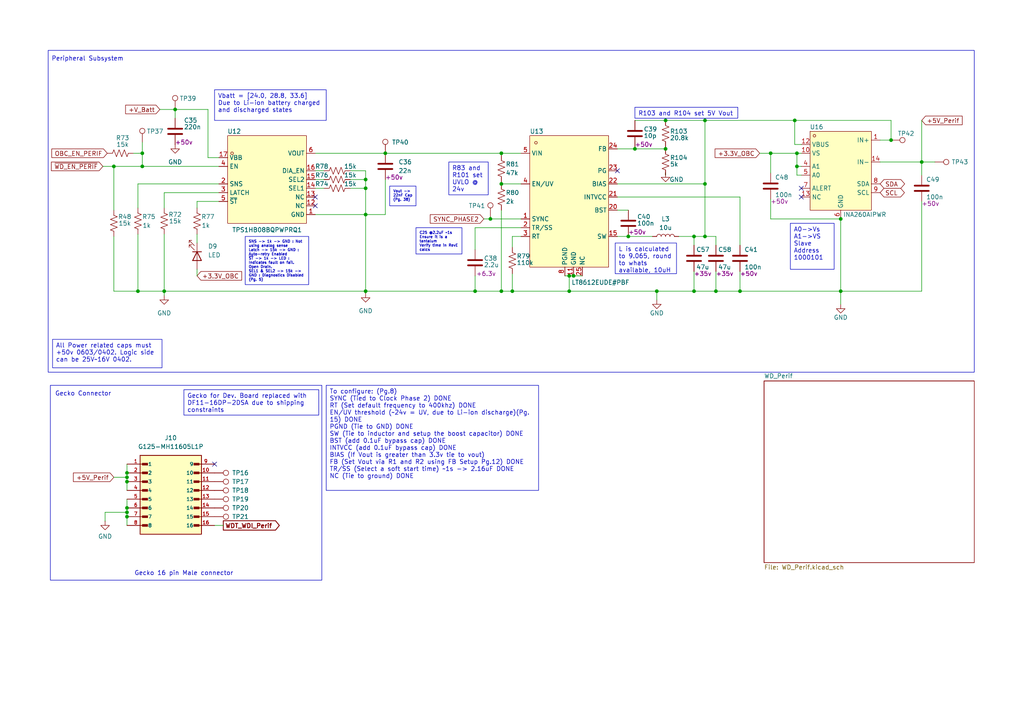
<source format=kicad_sch>
(kicad_sch (version 20250114) (generator "eeschema") (generator_version "9.0")
  (paper "A4")
  (lib_symbols
    (symbol "Device:C" (pin_numbers (hide yes)) (pin_names (offset 0.254))
      (property "Reference" "C" (at 0.635 2.54 0))
      (property "Value" "C" (at 0.635 -2.54 0))
      (symbol "C_0_1"
        (polyline (pts (xy -2.032 0.762) (xy 2.032 0.762)) (stroke (width 0.508)))
        (polyline (pts (xy -2.032 -0.762) (xy 2.032 -0.762)) (stroke (width 0.508)))
      )
      (symbol "C_1_1"
        (pin passive line (at 0 3.81 270) (length 2.794) (name "~") (number "1"))
        (pin passive line (at 0 -3.81 90) (length 2.794) (name "~") (number "2"))
      )
    )
    (symbol "Device:L" (pin_numbers (hide yes)) (pin_names (offset 1.016) (hide yes))
      (property "Reference" "L" (at -1.27 0 90))
      (property "Value" "L" (at 1.905 0 90))
      (symbol "L_0_1"
        (arc (start 0 2.54) (mid 0.6323 1.905) (end 0 1.27))
        (arc (start 0 1.27) (mid 0.6323 0.635) (end 0 0))
        (arc (start 0 0) (mid 0.6323 -0.635) (end 0 -1.27))
        (arc (start 0 -1.27) (mid 0.6323 -1.905) (end 0 -2.54))
      )
      (symbol "L_1_1"
        (pin passive line (at 0 3.81 270) (length 1.27) (name "1") (number "1"))
        (pin passive line (at 0 -3.81 90) (length 1.27) (name "2") (number "2"))
      )
    )
    (symbol "Device:LED" (pin_numbers (hide yes)) (pin_names (offset 1.016) (hide yes))
      (property "Reference" "D" (at 0 2.54 0))
      (property "Value" "LED" (at 0 -2.54 0))
      (symbol "LED_0_1"
        (polyline (pts (xy -3.048 -0.762) (xy -4.572 -2.286) (xy -3.81 -2.286) (xy -4.572 -2.286) (xy -4.572 -1.524)))
        (polyline (pts (xy -1.778 -0.762) (xy -3.302 -2.286) (xy -2.54 -2.286) (xy -3.302 -2.286) (xy -3.302 -1.524)))
        (polyline (pts (xy -1.27 0) (xy 1.27 0)))
        (polyline (pts (xy -1.27 -1.27) (xy -1.27 1.27)) (stroke (width 0.254)))
        (polyline (pts (xy 1.27 -1.27) (xy 1.27 1.27) (xy -1.27 0) (xy 1.27 -1.27)) (stroke (width 0.254)))
      )
      (symbol "LED_1_1"
        (pin passive line (at -3.81 0 0) (length 2.54) (name "K") (number "1"))
        (pin passive line (at 3.81 0 180) (length 2.54) (name "A") (number "2"))
      )
    )
    (symbol "Device:R_US" (pin_numbers (hide yes)) (pin_names (offset 0))
      (property "Reference" "R" (at 2.54 0 90))
      (property "Value" "R_US" (at -2.54 0 90))
      (symbol "R_US_0_1"
        (polyline (pts (xy 0 2.286) (xy 0 2.54)))
        (polyline (pts (xy 0 2.286) (xy 1.016 1.905) (xy 0 1.524) (xy -1.016 1.143) (xy 0 0.762)))
        (polyline (pts (xy 0 0.762) (xy 1.016 0.381) (xy 0 0) (xy -1.016 -0.381) (xy 0 -0.762)))
        (polyline (pts (xy 0 -0.762) (xy 1.016 -1.143) (xy 0 -1.524) (xy -1.016 -1.905) (xy 0 -2.286)))
        (polyline (pts (xy 0 -2.286) (xy 0 -2.54)))
      )
      (symbol "R_US_1_1"
        (pin passive line (at 0 3.81 270) (length 1.27) (name "~") (number "1"))
        (pin passive line (at 0 -3.81 90) (length 1.27) (name "~") (number "2"))
      )
    )
    (symbol "EPS:G125-MH11605L1P" (pin_names (offset 1.016))
      (property "Reference" "J" (at -9.39 12.7 0))
      (property "Value" "G125-MH11605L1P" (at -8.89 -12.7 0))
      (symbol "G125-MH11605L1P_0_0"
        (rectangle (start -8.89 -10.16) (end 8.89 12.7) (stroke (width 0.254)) (fill (type background)))
        (rectangle (start -8.255 9.8425) (end -6.6675 10.4775) (stroke (width 0.1)) (fill (type outline)))
        (rectangle (start -8.255 7.3025) (end -6.6675 7.9375) (stroke (width 0.1)) (fill (type outline)))
        (rectangle (start -8.255 4.7625) (end -6.6675 5.3975) (stroke (width 0.1)) (fill (type outline)))
        (rectangle (start -8.255 2.2225) (end -6.6675 2.8575) (stroke (width 0.1)) (fill (type outline)))
        (rectangle (start -8.255 -0.3175) (end -6.6675 0.3175) (stroke (width 0.1)) (fill (type outline)))
        (rectangle (start -8.255 -2.8575) (end -6.6675 -2.2225) (stroke (width 0.1)) (fill (type outline)))
        (rectangle (start -8.255 -5.3975) (end -6.6675 -4.7625) (stroke (width 0.1)) (fill (type outline)))
        (rectangle (start -8.255 -7.9375) (end -6.6675 -7.3025) (stroke (width 0.1)) (fill (type outline)))
        (rectangle (start 8.255 9.8425) (end 6.6675 10.4775) (stroke (width 0.1)) (fill (type outline)))
        (rectangle (start 8.255 7.3025) (end 6.6675 7.9375) (stroke (width 0.1)) (fill (type outline)))
        (rectangle (start 8.255 4.7625) (end 6.6675 5.3975) (stroke (width 0.1)) (fill (type outline)))
        (rectangle (start 8.255 2.2225) (end 6.6675 2.8575) (stroke (width 0.1)) (fill (type outline)))
        (rectangle (start 8.255 -0.3175) (end 6.6675 0.3175) (stroke (width 0.1)) (fill (type outline)))
        (rectangle (start 8.255 -2.8575) (end 6.6675 -2.2225) (stroke (width 0.1)) (fill (type outline)))
        (rectangle (start 8.255 -5.3975) (end 6.6675 -4.7625) (stroke (width 0.1)) (fill (type outline)))
        (rectangle (start 8.255 -7.9375) (end 6.6675 -7.3025) (stroke (width 0.1)) (fill (type outline)))
        (pin passive line (at -12.7 10.16 0) (length 5.08) (name "1") (number "1"))
        (pin passive line (at -12.7 7.62 0) (length 5.08) (name "2") (number "2"))
        (pin passive line (at -12.7 5.08 0) (length 5.08) (name "3") (number "3"))
        (pin passive line (at -12.7 2.54 0) (length 5.08) (name "4") (number "4"))
        (pin passive line (at -12.7 0 0) (length 5.08) (name "5") (number "5"))
        (pin passive line (at -12.7 -2.54 0) (length 5.08) (name "6") (number "6"))
        (pin passive line (at -12.7 -5.08 0) (length 5.08) (name "7") (number "7"))
        (pin passive line (at -12.7 -7.62 0) (length 5.08) (name "8") (number "8"))
        (pin passive line (at 12.7 10.16 180) (length 5.08) (name "9") (number "9"))
        (pin passive line (at 12.7 7.62 180) (length 5.08) (name "10") (number "10"))
        (pin passive line (at 12.7 5.08 180) (length 5.08) (name "11") (number "11"))
        (pin passive line (at 12.7 2.54 180) (length 5.08) (name "12") (number "12"))
        (pin passive line (at 12.7 0 180) (length 5.08) (name "13") (number "13"))
        (pin passive line (at 12.7 -2.54 180) (length 5.08) (name "14") (number "14"))
        (pin passive line (at 12.7 -5.08 180) (length 5.08) (name "15") (number "15"))
        (pin passive line (at 12.7 -7.62 180) (length 5.08) (name "16") (number "16"))
      )
    )
    (symbol "EPS:INA260AIPWR"
      (property "Reference" "U" (at 0 13.97 0))
      (property "Value" "INA260AIPWR" (at 8.128 -12.954 0))
      (symbol "INA260AIPWR_0_1"
        (rectangle (start -8.89 11.43) (end 8.89 -11.43) (fill (type background)))
        (circle (center -7.62 10.16) (radius 0.38))
      )
      (symbol "INA260AIPWR_1_1"
        (pin passive line (at -11.43 7.62 0) (length 2.54) (name "VBUS") (number "12"))
        (pin passive line (at -11.43 5.08 0) (length 2.54) (name "VS") (number "10"))
        (pin passive line (at -11.43 1.27 0) (length 2.54) (name "A1") (number "4"))
        (pin passive line (at -11.43 -1.27 0) (length 2.54) (name "A0") (number "5"))
        (pin passive line (at -11.43 -5.08 0) (length 2.54) (name "ALERT") (number "7"))
        (pin passive line (at -11.43 -7.62 0) (length 2.54) (name "NC") (number "13"))
        (pin passive line (at 0 -13.97 90) (length 2.54) (name "GND") (number "6"))
        (pin passive line (at 11.43 8.89 180) (length 2.54) (name "IN+") (number "1"))
        (pin passive line (at 11.43 2.54 180) (length 2.54) (name "IN-") (number "14"))
        (pin passive line (at 11.43 -3.81 180) (length 2.54) (name "SDA") (number "8"))
        (pin passive line (at 11.43 -6.35 180) (length 2.54) (name "SCL") (number "9"))
      )
    )
    (symbol "EPS:LT8612EUDE#PBF"
      (property "Reference" "U" (at -1.27 24.13 0))
      (property "Value" "LT8612EUDE#PBF" (at 0 -29.21 0))
      (symbol "LT8612EUDE#PBF_0_1"
        (rectangle (start -11.43 16.51) (end 11.43 -21.59) (fill (type background)))
        (circle (center -9.652 14.478) (radius 0.38))
      )
      (symbol "LT8612EUDE#PBF_1_1"
        (pin passive line (at -13.97 11.43 0) (length 2.54) (name "VIN") (number "5"))
        (pin passive line (at -13.97 2.54 0) (length 2.54) (name "EN/UV") (number "4"))
        (pin passive line (at -13.97 -7.62 0) (length 2.54) (name "SYNC") (number "1"))
        (pin passive line (at -13.97 -10.16 0) (length 2.54) (name "TR/SS") (number "2"))
        (pin passive line (at -13.97 -12.7 0) (length 2.54) (name "RT") (number "3"))
        (pin passive line (at -1.27 -24.13 90) (length 2.54) (name "PGND") (number "8"))
        (pin passive line (at 1.27 -24.13 90) (length 2.54) (name "GND") (number "11"))
        (pin passive line (at 3.81 -24.13 90) (length 2.54) (name "NC") (number "25"))
        (pin passive line (at 13.97 12.7 180) (length 2.54) (name "FB") (number "24"))
        (pin passive line (at 13.97 6.35 180) (length 2.54) (name "PG") (number "23"))
        (pin passive line (at 13.97 2.54 180) (length 2.54) (name "BIAS") (number "22"))
        (pin passive line (at 13.97 -1.27 180) (length 2.54) (name "INTVCC") (number "21"))
        (pin passive line (at 13.97 -5.08 180) (length 2.54) (name "BST") (number "20"))
        (pin passive line (at 13.97 -12.7 180) (length 2.54) (name "SW") (number "15"))
      )
    )
    (symbol "EPS:TPS1HB08BQPWPRQ1"
      (property "Reference" "U" (at 0 15.24 0))
      (property "Value" "TPS1HB08BQPWPRQ1" (at 0 -15.24 0))
      (symbol "TPS1HB08BQPWPRQ1_0_1"
        (rectangle (start -11.43 12.7) (end 11.43 -12.7) (fill (type background)))
        (circle (center -10.16 7.62) (radius 0.38))
      )
      (symbol "TPS1HB08BQPWPRQ1_1_1"
        (pin passive line (at -13.97 6.35 0) (length 2.54) (name "VBB") (number "17"))
        (pin passive line (at -13.97 3.81 0) (length 2.54) (name "EN") (number "4"))
        (pin passive line (at -13.97 -1.27 0) (length 2.54) (name "SNS") (number "2"))
        (pin passive line (at -13.97 -3.81 0) (length 2.54) (name "LATCH") (number "3"))
        (pin passive line (at -13.97 -6.35 0) (length 2.54) (name "~{ST}") (number "5"))
        (pin passive line (at 13.97 7.62 180) (length 2.54) (name "VOUT") (number "6"))
        (pin passive line (at 13.97 2.54 180) (length 2.54) (name "DIA_EN") (number "16"))
        (pin passive line (at 13.97 0 180) (length 2.54) (name "SEL2") (number "15"))
        (pin passive line (at 13.97 -2.54 180) (length 2.54) (name "SEL1") (number "14"))
        (pin passive line (at 13.97 -5.08 180) (length 2.54) (name "NC") (number "13"))
        (pin passive line (at 13.97 -7.62 180) (length 2.54) (name "NC") (number "12"))
        (pin passive line (at 13.97 -10.16 180) (length 2.54) (name "GND") (number "1"))
      )
    )
    (symbol "EPS:TestPoint" (pin_numbers (hide yes)) (pin_names (offset 0.762) (hide yes))
      (property "Reference" "TP" (at 0 6.858 0))
      (property "Value" "TestPoint" (at 0 5.08 0))
      (symbol "TestPoint_0_1"
        (circle (center 0 3.302) (radius 0.762))
      )
      (symbol "TestPoint_1_1"
        (pin passive line (at 0 0 90) (length 2.54) (name "1") (number "1"))
      )
    )
    (symbol "power:GND" (power) (pin_numbers (hide yes)) (pin_names (offset 0) (hide yes))
      (property "Value" "GND" (at 0 -3.81 0))
      (symbol "GND_0_1"
        (polyline (pts (xy 0 0) (xy 0 -1.27) (xy 1.27 -1.27) (xy 0 -2.54) (xy -1.27 -1.27) (xy 0 -1.27)))
      )
      (symbol "GND_1_1"
        (pin power_in line (at 0 0 270) (length 0) (name "~") (number "1"))
      )
    )
  )
  (rectangle (start 14.605 111.76) (end 93.345 168.275))
  (rectangle (start 13.97 14.605) (end 282.575 107.95))
  (text "Gecko 16 pin Male connector" (at 53.34 166.37 0) (effects (font (size 1.27 1.27))))
  (text "Peripheral Subsystem" (at 25.4 17.145 0) (effects (font (size 1.27 1.27))))
  (text "Gecko Connector" (at 24.13 114.3 0) (effects (font (size 1.27 1.27))))
  (text_box "C25 @2.2uF ~1s\nEnsure it is a tantalum\nVerify time in RevE calcs" (at 120.65 66.04 0) (size 13.335 7.62) (margins 0.9525 0.9525 0.9525 0.9525) (effects (font (size 0.762 0.762)) (justify left top)))
  (text_box "A0->Vs\nA1->VS\nSlave Address\n1000101" (at 229.235 64.77 0) (size 12.7 13.335) (margins 0.9525 0.9525 0.9525 0.9525) (effects (font (size 1.27 1.27)) (justify left top)))
  (text_box "To configure: (Pg.8)\nSYNC (Tied to Clock Phase 2) DONE\nRT (Set default frequency to 400khz) DONE\nEN/UV threshold (~24v = UV, due to Li-ion discharge)(Pg. 15) DONE\nPGND (Tie to GND) DONE\nSW (Tie to inductor and setup the boost capacitor) DONE\nBST (add 0.1uF bypass cap) DONE\nINTVCC (add 0.1uF bypass cap) DONE\nBIAS (If Vout is greater than 3.3v tie to vout)\nFB (Set Vout via R1 and R2 using FB Setup Pg.12) DONE\nTR/SS (Select a soft start time) ~1s -> 2.16uF DONE\nNC (Tie to ground) DONE" (at 94.615 111.76 0) (size 61.595 30.48) (margins 0.9525 0.9525 0.9525 0.9525) (effects (font (size 1.27 1.27)) (justify left top)))
  (text_box "R103 and R104 set 5V Vout" (at 184.15 31.115 0) (size 29.845 3.175) (margins 0.9525 0.9525 0.9525 0.9525) (effects (font (size 1.27 1.27)) (justify left top)))
  (text_box "L is calculated to 9.065, round to whats available, 10uH" (at 178.435 70.485 0) (size 17.78 8.89) (margins 0.9525 0.9525 0.9525 0.9525) (effects (font (size 1.27 1.27)) (justify left top)))
  (text_box "Vbatt = [24.0, 28.8, 33.6] Due to Li-ion battery charged and discharged states" (at 62.23 26.035 0) (size 32.385 8.89) (margins 0.9525 0.9525 0.9525 0.9525) (effects (font (size 1.27 1.27)) (justify left top)))
  (text_box "R83 and R101 set UVLO @ 24v" (at 130.175 46.99 0) (size 11.43 9.525) (margins 0.9525 0.9525 0.9525 0.9525) (effects (font (size 1.27 1.27)) (justify left top)))
  (text_box "Vout -> 22nF Cap\n(Pg. 38)" (at 113.03 53.975 0) (size 7.62 5.715) (margins 0.9525 0.9525 0.9525 0.9525) (effects (font (size 0.762 0.762)) (justify left top)))
  (text_box "Gecko for Dev. Board replaced with DF11-16DP-2DSA due to shipping constraints" (at 53.34 113.03 0) (size 39.116 7.366) (margins 0.9525 0.9525 0.9525 0.9525) (effects (font (size 1.27 1.27)) (justify left top)))
  (text_box "All Power related caps must +50v 0603/0402. Logic side can be 25V~16V 0402." (at 15.24 98.425 0) (size 31.75 8.255) (margins 0.9525 0.9525 0.9525 0.9525) (effects (font (size 1.27 1.27)) (justify left top)))
  (text_box "SNS -> 1k -> GND : Not using analog sense\nLatch -> 15k -> GND : Auto-retry Enabled\n~{ST} -> 1k -> LED : Indicates fault on fail. Open Drain.\nSEL1 & SEL2 -> 15k -> GND : Diagnostics Disabled\n(Pg. 5)" (at 71.12 68.58 0) (size 18.415 13.97) (margins 0.9525 0.9525 0.9525 0.9525) (effects (font (size 0.762 0.762)) (justify left top)))
  (junction (at 258.445 40.64))
  (junction (at 106.045 84.455))
  (junction (at 137.795 84.455))
  (junction (at 106.045 62.23))
  (junction (at 243.84 84.455))
  (junction (at 50.8 31.75))
  (junction (at 214.63 84.455))
  (junction (at 145.415 53.34))
  (junction (at 182.245 68.58))
  (junction (at 145.415 44.45))
  (junction (at 190.5 84.455))
  (junction (at 204.47 53.34))
  (junction (at 207.645 84.455))
  (junction (at 36.83 147.32))
  (junction (at 148.59 84.455))
  (junction (at 230.505 34.925))
  (junction (at 243.84 63.5))
  (junction (at 40.005 84.455))
  (junction (at 165.1 84.455))
  (junction (at 111.76 44.45))
  (junction (at 204.47 68.58))
  (junction (at 267.335 46.99))
  (junction (at 36.83 148.59))
  (junction (at 41.275 48.26))
  (junction (at 193.04 43.18))
  (junction (at 106.045 54.61))
  (junction (at 201.295 84.455))
  (junction (at 165.1 80.01))
  (junction (at 166.37 80.01))
  (junction (at 41.275 44.45))
  (junction (at 231.14 48.26))
  (junction (at 142.24 63.5))
  (junction (at 36.83 139.7))
  (junction (at 36.83 138.43))
  (junction (at 33.02 48.26))
  (junction (at 184.15 43.18))
  (junction (at 36.83 137.16))
  (junction (at 201.295 68.58))
  (junction (at 145.415 84.455))
  (junction (at 193.04 34.925))
  (junction (at 36.83 149.86))
  (junction (at 204.47 34.925))
  (junction (at 47.625 84.455))
  (junction (at 223.52 44.45))
  (junction (at 231.14 44.45))
  (junction (at 106.045 52.07))
  (no_connect (at 62.23 134.62))
  (no_connect (at 232.41 54.61))
  (no_connect (at 232.41 57.15))
  (no_connect (at 179.07 49.53))
  (no_connect (at 91.44 59.69))
  (no_connect (at 91.44 57.15))
  (wire (pts (xy 60.325 31.75) (xy 60.325 45.72)))
  (wire (pts (xy 30.48 148.59) (xy 36.83 148.59)))
  (wire (pts (xy 41.275 44.45) (xy 41.275 48.26)))
  (wire (pts (xy 111.76 44.45) (xy 145.415 44.45)))
  (wire (pts (xy 184.15 34.925) (xy 193.04 34.925)))
  (wire (pts (xy 201.295 68.58) (xy 201.295 71.12)))
  (wire (pts (xy 40.005 53.34) (xy 40.005 60.325)))
  (wire (pts (xy 230.505 34.925) (xy 258.445 34.925)))
  (wire (pts (xy 163.83 80.01) (xy 165.1 80.01)))
  (wire (pts (xy 29.845 48.26) (xy 33.02 48.26)))
  (wire (pts (xy 201.295 84.455) (xy 201.295 78.74)))
  (wire (pts (xy 101.6 49.53) (xy 106.045 49.53)))
  (wire (pts (xy 165.1 80.01) (xy 166.37 80.01)))
  (wire (pts (xy 106.045 62.23) (xy 106.045 84.455)))
  (wire (pts (xy 255.27 46.99) (xy 267.335 46.99)))
  (wire (pts (xy 33.02 84.455) (xy 40.005 84.455)))
  (wire (pts (xy 231.14 48.26) (xy 232.41 48.26)))
  (wire (pts (xy 207.645 78.74) (xy 207.645 84.455)))
  (wire (pts (xy 106.045 54.61) (xy 106.045 62.23)))
  (wire (pts (xy 231.14 50.8) (xy 232.41 50.8)))
  (wire (pts (xy 190.5 84.455) (xy 201.295 84.455)))
  (wire (pts (xy 91.44 62.23) (xy 106.045 62.23)))
  (wire (pts (xy 231.14 48.26) (xy 231.14 50.8)))
  (wire (pts (xy 91.44 44.45) (xy 111.76 44.45)))
  (wire (pts (xy 137.795 84.455) (xy 137.795 80.01)))
  (wire (pts (xy 36.83 147.32) (xy 36.83 148.59)))
  (wire (pts (xy 93.98 52.07) (xy 91.44 52.07)))
  (wire (pts (xy 142.24 63.5) (xy 151.13 63.5)))
  (wire (pts (xy 101.6 52.07) (xy 106.045 52.07)))
  (wire (pts (xy 140.335 63.5) (xy 142.24 63.5)))
  (wire (pts (xy 165.1 80.01) (xy 165.1 84.455)))
  (wire (pts (xy 106.045 85.09) (xy 106.045 84.455)))
  (wire (pts (xy 196.85 68.58) (xy 201.295 68.58)))
  (wire (pts (xy 230.505 34.925) (xy 230.505 41.91)))
  (wire (pts (xy 179.07 68.58) (xy 182.245 68.58)))
  (wire (pts (xy 145.415 44.45) (xy 151.13 44.45)))
  (wire (pts (xy 207.645 68.58) (xy 207.645 71.12)))
  (wire (pts (xy 33.02 48.26) (xy 41.275 48.26)))
  (wire (pts (xy 223.52 57.785) (xy 223.52 63.5)))
  (wire (pts (xy 93.98 54.61) (xy 91.44 54.61)))
  (wire (pts (xy 47.625 67.945) (xy 47.625 84.455)))
  (wire (pts (xy 190.5 84.455) (xy 190.5 86.995)))
  (wire (pts (xy 220.345 44.45) (xy 223.52 44.45)))
  (wire (pts (xy 93.98 49.53) (xy 91.44 49.53)))
  (wire (pts (xy 36.83 139.7) (xy 36.83 142.24)))
  (wire (pts (xy 142.24 62.865) (xy 142.24 63.5)))
  (wire (pts (xy 193.04 50.165) (xy 193.04 50.8)))
  (wire (pts (xy 106.045 49.53) (xy 106.045 52.07)))
  (wire (pts (xy 145.415 44.45) (xy 145.415 45.085)))
  (wire (pts (xy 62.23 152.4) (xy 64.77 152.4)))
  (wire (pts (xy 204.47 53.34) (xy 204.47 68.58)))
  (wire (pts (xy 214.63 84.455) (xy 243.84 84.455)))
  (wire (pts (xy 201.295 68.58) (xy 204.47 68.58)))
  (wire (pts (xy 137.795 84.455) (xy 145.415 84.455)))
  (wire (pts (xy 145.415 53.34) (xy 151.13 53.34)))
  (wire (pts (xy 33.02 48.26) (xy 33.02 60.96)))
  (wire (pts (xy 223.52 63.5) (xy 243.84 63.5)))
  (wire (pts (xy 33.02 68.58) (xy 33.02 84.455)))
  (wire (pts (xy 145.415 52.705) (xy 145.415 53.34)))
  (wire (pts (xy 184.15 43.18) (xy 179.07 43.18)))
  (wire (pts (xy 111.76 52.07) (xy 111.76 62.23)))
  (wire (pts (xy 148.59 71.755) (xy 148.59 68.58)))
  (wire (pts (xy 193.04 42.545) (xy 193.04 43.18)))
  (wire (pts (xy 47.625 55.88) (xy 63.5 55.88)))
  (wire (pts (xy 166.37 80.01) (xy 168.91 80.01)))
  (wire (pts (xy 38.735 44.45) (xy 41.275 44.45)))
  (wire (pts (xy 179.07 60.96) (xy 182.245 60.96)))
  (wire (pts (xy 179.07 57.15) (xy 214.63 57.15)))
  (wire (pts (xy 46.355 31.75) (xy 50.8 31.75)))
  (wire (pts (xy 204.47 34.925) (xy 204.47 53.34)))
  (wire (pts (xy 243.84 63.5) (xy 243.84 84.455)))
  (wire (pts (xy 101.6 54.61) (xy 106.045 54.61)))
  (wire (pts (xy 106.045 84.455) (xy 137.795 84.455)))
  (wire (pts (xy 36.83 148.59) (xy 36.83 149.86)))
  (wire (pts (xy 137.795 72.39) (xy 137.795 66.04)))
  (wire (pts (xy 267.335 84.455) (xy 267.335 58.42)))
  (wire (pts (xy 33.02 138.43) (xy 36.83 138.43)))
  (wire (pts (xy 47.625 55.88) (xy 47.625 60.325)))
  (wire (pts (xy 57.15 60.325) (xy 57.15 58.42)))
  (wire (pts (xy 165.1 84.455) (xy 190.5 84.455)))
  (wire (pts (xy 57.15 58.42) (xy 63.5 58.42)))
  (wire (pts (xy 230.505 41.91) (xy 232.41 41.91)))
  (wire (pts (xy 63.5 48.26) (xy 41.275 48.26)))
  (wire (pts (xy 145.415 84.455) (xy 148.59 84.455)))
  (wire (pts (xy 243.84 84.455) (xy 243.84 88.265)))
  (wire (pts (xy 36.83 144.78) (xy 36.83 147.32)))
  (wire (pts (xy 204.47 34.925) (xy 230.505 34.925)))
  (wire (pts (xy 231.14 44.45) (xy 232.41 44.45)))
  (wire (pts (xy 184.15 42.545) (xy 184.15 43.18)))
  (wire (pts (xy 40.005 84.455) (xy 47.625 84.455)))
  (wire (pts (xy 47.625 84.455) (xy 47.625 85.725)))
  (wire (pts (xy 193.04 34.925) (xy 204.47 34.925)))
  (wire (pts (xy 106.045 52.07) (xy 106.045 54.61)))
  (wire (pts (xy 182.245 68.58) (xy 189.23 68.58)))
  (wire (pts (xy 40.005 53.34) (xy 63.5 53.34)))
  (wire (pts (xy 111.76 62.23) (xy 106.045 62.23)))
  (wire (pts (xy 57.15 67.945) (xy 57.15 70.485)))
  (wire (pts (xy 148.59 68.58) (xy 151.13 68.58)))
  (wire (pts (xy 36.83 149.86) (xy 36.83 152.4)))
  (wire (pts (xy 179.07 53.34) (xy 204.47 53.34)))
  (wire (pts (xy 50.8 31.75) (xy 60.325 31.75)))
  (wire (pts (xy 258.445 34.925) (xy 258.445 40.64)))
  (wire (pts (xy 184.15 43.18) (xy 193.04 43.18)))
  (wire (pts (xy 223.52 50.165) (xy 223.52 44.45)))
  (wire (pts (xy 60.325 45.72) (xy 63.5 45.72)))
  (wire (pts (xy 137.795 66.04) (xy 151.13 66.04)))
  (wire (pts (xy 40.005 67.945) (xy 40.005 84.455)))
  (wire (pts (xy 47.625 84.455) (xy 106.045 84.455)))
  (wire (pts (xy 207.645 84.455) (xy 214.63 84.455)))
  (wire (pts (xy 145.415 60.96) (xy 145.415 84.455)))
  (wire (pts (xy 30.48 151.13) (xy 30.48 148.59)))
  (wire (pts (xy 36.83 138.43) (xy 36.83 139.7)))
  (wire (pts (xy 267.335 46.99) (xy 267.335 50.8)))
  (wire (pts (xy 50.8 31.75) (xy 50.8 34.29)))
  (wire (pts (xy 267.335 46.99) (xy 271.145 46.99)))
  (wire (pts (xy 231.14 44.45) (xy 231.14 48.26)))
  (wire (pts (xy 41.275 41.275) (xy 41.275 44.45)))
  (wire (pts (xy 36.83 134.62) (xy 36.83 137.16)))
  (wire (pts (xy 204.47 68.58) (xy 207.645 68.58)))
  (wire (pts (xy 57.15 78.105) (xy 57.15 80.01)))
  (wire (pts (xy 201.295 84.455) (xy 207.645 84.455)))
  (wire (pts (xy 148.59 79.375) (xy 148.59 84.455)))
  (wire (pts (xy 267.335 34.925) (xy 267.335 46.99)))
  (wire (pts (xy 223.52 44.45) (xy 231.14 44.45)))
  (wire (pts (xy 36.83 137.16) (xy 36.83 138.43)))
  (wire (pts (xy 214.63 84.455) (xy 214.63 78.74)))
  (wire (pts (xy 258.445 40.64) (xy 255.27 40.64)))
  (wire (pts (xy 243.84 84.455) (xy 267.335 84.455)))
  (wire (pts (xy 214.63 57.15) (xy 214.63 71.12)))
  (wire (pts (xy 165.1 84.455) (xy 148.59 84.455)))
  (global_label "WDT_WDI_Perif" (shape output) (at 64.77 152.4 0) (effects (font (thickness 0.254) (bold yes))) (property "Intersheetrefs" "${INTERSHEET_REFS}" (effects (hide yes))))
  (global_label "+3.3V_OBC" (shape input) (at 220.345 44.45 180) (property "Intersheetrefs" "${INTERSHEET_REFS}" (effects (hide yes))))
  (global_label "+5V_Perif" (shape input) (at 267.335 34.925 0) (property "Intersheetrefs" "${INTERSHEET_REFS}" (effects (hide yes))))
  (global_label "SCL" (shape bidirectional) (at 255.27 55.88 0) (property "Intersheetrefs" "${INTERSHEET_REFS}" (effects (hide yes))))
  (global_label "~{WD_EN_PERIF}" (shape input) (at 29.845 48.26 180) (property "Intersheetrefs" "${INTERSHEET_REFS}" (effects (hide yes))))
  (global_label "+3.3V_OBC" (shape input) (at 57.15 80.01 0) (property "Intersheetrefs" "${INTERSHEET_REFS}" (effects (hide yes))))
  (global_label "SYNC_PHASE2" (shape input) (at 140.335 63.5 180) (property "Intersheetrefs" "${INTERSHEET_REFS}" (effects (hide yes))))
  (global_label "OBC_EN_PERIF" (shape input) (at 31.115 44.45 180) (property "Intersheetrefs" "${INTERSHEET_REFS}" (effects (hide yes))))
  (global_label "SDA" (shape bidirectional) (at 255.27 53.34 0) (property "Intersheetrefs" "${INTERSHEET_REFS}" (effects (hide yes))))
  (global_label "+V_Batt" (shape input) (at 46.355 31.75 180) (property "Intersheetrefs" "${INTERSHEET_REFS}" (effects (hide yes))))
  (global_label "+5V_Perif" (shape input) (at 33.02 138.43 180) (property "Intersheetrefs" "${INTERSHEET_REFS}" (effects (hide yes))))
  (symbol (lib_id "Device:R_US") (at 148.59 75.565 0) (unit 1)
    (property "Reference" "R79" (at 149.86 74.295 0) (effects (justify left)))
    (property "Value" "110k" (at 149.86 76.2 0) (effects (justify left)))
    (property "Footprint" "EPS:R0402" (effects (hide yes)))
    (property "Description" "Resistor, US symbol" (effects (hide yes)))
    (property "LCSC" "C138065" (effects (hide yes)))
  )
  (symbol (lib_id "EPS:TestPoint") (at 271.145 46.99 270) (unit 1)
    (property "Reference" "TP43" (at 275.971 46.99 90) (effects (justify left)))
    (property "Value" "TestPoint" (effects (hide yes)))
    (property "Footprint" "TestPoint:TestPoint_Pad_1.0x1.0mm" (effects (hide yes)))
    (property "Description" "test point" (effects (hide yes)))
  )
  (symbol (lib_id "power:GND") (at 106.045 85.09 0) (unit 1)
    (property "Reference" "#PWR061" (effects (hide yes)))
    (property "Value" "GND" (at 106.045 90.17 0))
    (property "Description" "Power symbol creates a global label with name \"GND\" , ground" (effects (hide yes)))
  )
  (symbol (lib_id "Device:C") (at 223.52 53.975 0) (unit 1)
    (property "Reference" "C48" (at 224.79 51.435 0) (effects (justify left)))
    (property "Value" "100n" (at 224.79 56.515 0) (effects (justify left)))
    (property "Footprint" "EPS:C0402" (effects (hide yes)))
    (property "Description" "Unpolarized capacitor" (effects (hide yes)))
    (property "Voltage Rating" "+50v" (at 226.06 58.42 0))
    (property "LCSC" "C85858" (effects (hide yes)))
  )
  (symbol (lib_id "power:GND") (at 243.84 88.265 0) (unit 1)
    (property "Reference" "#PWR064" (effects (hide yes)))
    (property "Value" "GND" (at 243.84 92.075 0))
    (property "Description" "Power symbol creates a global label with name \"GND\" , ground" (effects (hide yes)))
  )
  (symbol (lib_id "EPS:TestPoint") (at 50.8 31.75 0) (unit 1)
    (property "Reference" "TP39" (at 52.07 28.575 0) (effects (justify left)))
    (property "Value" "TestPoint" (effects (hide yes)))
    (property "Footprint" "TestPoint:TestPoint_Pad_1.0x1.0mm" (effects (hide yes)))
    (property "Description" "test point" (effects (hide yes)))
  )
  (symbol (lib_id "Device:R_US") (at 97.79 49.53 270) (unit 1)
    (property "Reference" "R78" (at 93.345 48.26 90))
    (property "Value" "15k" (at 101.6 48.26 90))
    (property "Footprint" "EPS:R0402" (effects (hide yes)))
    (property "Description" "Resistor, US symbol" (effects (hide yes)))
    (property "LCSC" "C114761" (effects (hide yes)))
  )
  (symbol (lib_id "EPS:TestPoint") (at 41.275 41.275 0) (unit 1)
    (property "Reference" "TP37" (at 42.545 38.1 0) (effects (justify left)))
    (property "Value" "TestPoint" (effects (hide yes)))
    (property "Footprint" "TestPoint:TestPoint_Pad_1.0x1.0mm" (effects (hide yes)))
    (property "Description" "test point" (effects (hide yes)))
  )
  (symbol (lib_id "Device:C") (at 207.645 74.93 0) (unit 1)
    (property "Reference" "C58" (at 208.28 72.39 0) (effects (justify left)))
    (property "Value" "47u" (at 208.28 77.47 0) (effects (justify left)))
    (property "Footprint" "EPS:CAP-SMD_L7.3-W4.3-FD" (effects (hide yes)))
    (property "Description" "Unpolarized capacitor" (effects (hide yes)))
    (property "Voltage Rating" "+35v" (at 210.185 79.375 0))
    (property "LCSC" "C87110" (effects (hide yes)))
  )
  (symbol (lib_id "Device:R_US") (at 47.625 64.135 180) (unit 1)
    (property "Reference" "R72" (at 50.8 62.23 0))
    (property "Value" "15k" (at 50.8 64.135 0))
    (property "Footprint" "EPS:R0402" (effects (hide yes)))
    (property "Description" "Resistor, US symbol" (effects (hide yes)))
    (property "LCSC" "C114761" (effects (hide yes)))
  )
  (symbol (lib_id "EPS:LT8612EUDE#PBF") (at 165.1 55.88 0) (unit 1)
    (property "Reference" "U13" (at 153.67 38.1 0) (effects (justify left)))
    (property "Value" "LT8612EUDE#PBF" (at 165.735 81.915 0) (effects (justify left)))
    (property "Footprint" "EPS:QFN-28_L6.0-W3.0-P0.50-BL-EP" (effects (hide yes)))
    (property "Datasheet" "https://jlcpcb.com/api/file/downloadByFileSystemAccessId/8589836477510287360" (effects (hide yes)))
    (property "Description" "42V, 6A, Step Down Regulator" (effects (hide yes)))
    (property "LCSC Part" "C580312" (effects (hide yes)))
  )
  (symbol (lib_id "EPS:TestPoint") (at 258.445 40.64 270) (unit 1)
    (property "Reference" "TP42" (at 260.35 38.735 90) (effects (justify left)))
    (property "Value" "TestPoint" (effects (hide yes)))
    (property "Footprint" "TestPoint:TestPoint_Pad_1.0x1.0mm" (effects (hide yes)))
    (property "Description" "test point" (effects (hide yes)))
  )
  (symbol (lib_id "Device:C") (at 214.63 74.93 0) (unit 1)
    (property "Reference" "C41" (at 215.9 72.39 0) (effects (justify left)))
    (property "Value" "100n" (at 215.9 77.47 0) (effects (justify left)))
    (property "Footprint" "EPS:C0402" (effects (hide yes)))
    (property "Description" "Unpolarized capacitor" (effects (hide yes)))
    (property "Voltage Rating" "+50v" (at 217.17 79.375 0))
    (property "LCSC" "C85858" (effects (hide yes)))
  )
  (symbol (lib_id "EPS:TestPoint") (at 62.23 142.24 270) (unit 1)
    (property "Reference" "TP18" (at 67.31 142.2399 90) (effects (justify left)))
    (property "Value" "TestPoint" (effects (hide yes)))
    (property "Footprint" "TestPoint:TestPoint_Pad_1.0x1.0mm" (effects (hide yes)))
    (property "Description" "test point" (effects (hide yes)))
  )
  (symbol (lib_id "Device:C") (at 201.295 74.93 0) (unit 1)
    (property "Reference" "C57" (at 201.93 72.39 0) (effects (justify left)))
    (property "Value" "47u" (at 201.93 77.47 0) (effects (justify left)))
    (property "Footprint" "EPS:CAP-SMD_L7.3-W4.3-FD" (effects (hide yes)))
    (property "Description" "Unpolarized capacitor" (effects (hide yes)))
    (property "Voltage Rating" "+35v" (at 203.835 79.375 0))
    (property "LCSC" "C87110" (effects (hide yes)))
  )
  (symbol (lib_id "power:GND") (at 50.8 41.91 0) (unit 1)
    (property "Reference" "#PWR059" (effects (hide yes)))
    (property "Value" "GND" (at 50.8 46.99 0))
    (property "Description" "Power symbol creates a global label with name \"GND\" , ground" (effects (hide yes)))
  )
  (symbol (lib_id "Device:R_US") (at 193.04 38.735 0) (unit 1)
    (property "Reference" "R103" (at 194.31 38.1 0) (effects (justify left)))
    (property "Value" "20.8k" (at 194.31 40.005 0) (effects (justify left)))
    (property "Footprint" "EPS:R0402" (effects (hide yes)))
    (property "Description" "Resistor, US symbol" (effects (hide yes)))
    (property "LCSC" "C25766" (effects (hide yes)))
  )
  (symbol (lib_id "Device:R_US") (at 193.04 46.99 0) (unit 1)
    (property "Reference" "R104" (at 194.31 45.72 0) (effects (justify left)))
    (property "Value" "5k" (at 194.31 47.625 0) (effects (justify left)))
    (property "Footprint" "EPS:R0402" (effects (hide yes)))
    (property "Description" "Resistor, US symbol" (effects (hide yes)))
    (property "LCSC" "C477765" (effects (hide yes)))
  )
  (symbol (lib_id "Device:R_US") (at 40.005 64.135 180) (unit 1)
    (property "Reference" "R75" (at 43.18 62.865 0))
    (property "Value" "1k" (at 42.545 65.405 0))
    (property "Footprint" "EPS:R0402" (effects (hide yes)))
    (property "Description" "Resistor, US symbol" (effects (hide yes)))
    (property "LCSC" "C106235" (effects (hide yes)))
  )
  (symbol (lib_id "Device:LED") (at 57.15 74.295 270) (unit 1)
    (property "Reference" "D9" (at 60.325 71.4374 90) (effects (justify left)))
    (property "Value" "LED" (at 60.325 73.9774 90) (effects (justify left)))
    (property "Footprint" "EPS:LED0603-RD_RED" (effects (hide yes)))
    (property "Description" "Light emitting diode" (effects (hide yes)))
    (property "Sim.Pins" "1=K 2=A" (effects (hide yes)))
  )
  (symbol (lib_id "EPS:TPS1HB08BQPWPRQ1") (at 77.47 52.07 0) (unit 1)
    (property "Reference" "U12" (at 67.945 38.1 0))
    (property "Value" "TPS1HB08BQPWPRQ1" (at 77.47 66.675 0))
    (property "Footprint" "EPS:HTSSOP-16_L5.0-W4.4-P0.65-LS6.4-TL-EP2.9" (effects (hide yes)))
    (property "Datasheet" "https://www.ti.com/lit/ds/symlink/tps1ha08-q1.pdf?ts=1748448912035&ref_url=https%253A%252F%252Fwww.ti.com%252Fproduct%252FTPS1HA08-Q1" (effects (hide yes)))
    (property "Description" "40-V, 8-mΩ Single-Channel Smart High-Side Switch" (effects (hide yes)))
    (property "LCSC Part" "C3230075" (effects (hide yes)))
  )
  (symbol (lib_id "Device:C") (at 182.245 64.77 0) (unit 1)
    (property "Reference" "C40" (at 184.785 62.865 0) (effects (justify left)))
    (property "Value" "100n" (at 184.785 64.77 0) (effects (justify left)))
    (property "Footprint" "EPS:C0402" (effects (hide yes)))
    (property "Description" "Unpolarized capacitor" (effects (hide yes)))
    (property "Voltage Rating" "+50v" (at 184.785 67.31 0))
    (property "LCSC" "C85858" (effects (hide yes)))
  )
  (symbol (lib_id "Device:C") (at 267.335 54.61 0) (unit 1)
    (property "Reference" "C49" (at 268.605 52.07 0) (effects (justify left)))
    (property "Value" "100n" (at 268.605 57.15 0) (effects (justify left)))
    (property "Footprint" "EPS:C0402" (effects (hide yes)))
    (property "Description" "Unpolarized capacitor" (effects (hide yes)))
    (property "Voltage Rating" "+50v" (at 269.875 59.055 0))
    (property "LCSC" "C85858" (effects (hide yes)))
  )
  (symbol (lib_id "EPS:TestPoint") (at 111.76 44.45 0) (unit 1)
    (property "Reference" "TP40" (at 113.665 41.275 0) (effects (justify left)))
    (property "Value" "TestPoint" (effects (hide yes)))
    (property "Footprint" "TestPoint:TestPoint_Pad_1.0x1.0mm" (effects (hide yes)))
    (property "Description" "test point" (effects (hide yes)))
  )
  (symbol (lib_id "Device:R_US") (at 97.79 52.07 270) (unit 1)
    (property "Reference" "R76" (at 93.345 50.8 90))
    (property "Value" "15k" (at 101.6 50.8 90))
    (property "Footprint" "EPS:R0402" (effects (hide yes)))
    (property "Description" "Resistor, US symbol" (effects (hide yes)))
    (property "LCSC" "C114761" (effects (hide yes)))
  )
  (symbol (lib_id "Device:R_US") (at 34.925 44.45 270) (unit 1)
    (property "Reference" "R73" (at 35.56 40.005 90))
    (property "Value" "15k" (at 35.56 41.91 90))
    (property "Footprint" "EPS:R0402" (effects (hide yes)))
    (property "Description" "Resistor, US symbol" (effects (hide yes)))
    (property "LCSC" "C114761" (effects (hide yes)))
  )
  (symbol (lib_id "EPS:INA260AIPWR") (at 243.84 49.53 0) (unit 1)
    (property "Reference" "U16" (at 236.855 36.83 0))
    (property "Value" "INA260AIPWR" (at 250.825 62.23 0))
    (property "Footprint" "EPS:TSSOP-16_L5.0-W4.4-P0.65-LS6.4-BL-1" (effects (hide yes)))
    (property "Datasheet" "https://www.ti.com/lit/ds/symlink/ina260.pdf?ts=1748375218606&ref_url=https%253A%252F%252Fwww.google.com%252F" (effects (hide yes)))
    (property "Description" "Precision Digital Current and Power Monitor With Low-Drift, Precision Integrated Shunt" (effects (hide yes)))
    (property "LCSC Part" "C2155885" (effects (hide yes)))
  )
  (symbol (lib_id "power:GND") (at 30.48 151.13 0) (unit 1)
    (property "Reference" "#PWR056" (effects (hide yes)))
    (property "Value" "GND" (at 30.48 155.575 0))
    (property "Description" "Power symbol creates a global label with name \"GND\" , ground" (effects (hide yes)))
  )
  (symbol (lib_id "EPS:G125-MH11605L1P") (at 49.53 144.78 0) (unit 1)
    (property "Reference" "J10" (at 49.53 127 0))
    (property "Value" "G125-MH11605L1P" (at 49.53 129.54 0))
    (property "Footprint" "EPS:HARWIN_G125-MH11605L1P" (effects (hide yes)))
    (property "MANUFACTURER" "HARWIN" (effects (hide yes)))
  )
  (symbol (lib_id "power:GND") (at 193.04 50.165 0) (unit 1)
    (property "Reference" "#PWR068" (effects (hide yes)))
    (property "Value" "GND" (at 196.215 52.07 0))
    (property "Description" "Power symbol creates a global label with name \"GND\" , ground" (effects (hide yes)))
  )
  (symbol (lib_id "Device:C") (at 111.76 48.26 0) (unit 1)
    (property "Reference" "C36" (at 115.57 46.9899 0) (effects (justify left)))
    (property "Value" "22n" (at 115.57 49.5299 0) (effects (justify left)))
    (property "Footprint" "EPS:C0402" (effects (hide yes)))
    (property "Description" "Unpolarized capacitor" (effects (hide yes)))
    (property "Voltage Rating" "+50v" (at 114.3 51.435 0))
    (property "LCSC" "C77023" (effects (hide yes)))
  )
  (symbol (lib_id "Device:C") (at 184.15 38.735 0) (unit 1)
    (property "Reference" "C39" (at 186.69 37.465 0) (effects (justify left)))
    (property "Value" "10p" (at 186.69 39.37 0) (effects (justify left)))
    (property "Footprint" "EPS:C0402" (effects (hide yes)))
    (property "Description" "Unpolarized capacitor" (effects (hide yes)))
    (property "Voltage Rating" "+50v" (at 186.69 41.91 0))
    (property "LCSC" "C1545" (effects (hide yes)))
  )
  (symbol (lib_id "EPS:TestPoint") (at 142.24 62.865 0) (unit 1)
    (property "Reference" "TP41" (at 135.89 59.69 0) (effects (justify left)))
    (property "Value" "TestPoint" (effects (hide yes)))
    (property "Footprint" "TestPoint:TestPoint_Pad_1.0x1.0mm" (effects (hide yes)))
    (property "Description" "test point" (effects (hide yes)))
  )
  (symbol (lib_id "EPS:TestPoint") (at 62.23 144.78 270) (unit 1)
    (property "Reference" "TP19" (at 67.31 144.7799 90) (effects (justify left)))
    (property "Value" "TestPoint" (effects (hide yes)))
    (property "Footprint" "TestPoint:TestPoint_Pad_1.0x1.0mm" (effects (hide yes)))
    (property "Description" "test point" (effects (hide yes)))
  )
  (symbol (lib_id "EPS:TestPoint") (at 62.23 139.7 270) (unit 1)
    (property "Reference" "TP17" (at 67.31 139.6999 90) (effects (justify left)))
    (property "Value" "TestPoint" (effects (hide yes)))
    (property "Footprint" "TestPoint:TestPoint_Pad_1.0x1.0mm" (effects (hide yes)))
    (property "Description" "test point" (effects (hide yes)))
  )
  (symbol (lib_id "Device:C") (at 137.795 76.2 0) (unit 1)
    (property "Reference" "C38" (at 140.335 74.93 0) (effects (justify left)))
    (property "Value" "2.2u" (at 140.335 76.835 0) (effects (justify left)))
    (property "Footprint" "EPS:C0402" (effects (hide yes)))
    (property "Description" "Unpolarized capacitor" (effects (hide yes)))
    (property "LCSC" "C12530" (effects (hide yes)))
    (property "Voltage Rating" "+6.3v" (at 140.97 79.375 0))
  )
  (symbol (lib_id "power:GND") (at 47.625 85.725 0) (unit 1)
    (property "Reference" "#PWR058" (effects (hide yes)))
    (property "Value" "GND" (at 47.625 90.805 0))
    (property "Description" "Power symbol creates a global label with name \"GND\" , ground" (effects (hide yes)))
  )
  (symbol (lib_id "EPS:TestPoint") (at 62.23 147.32 270) (unit 1)
    (property "Reference" "TP20" (at 67.31 147.3199 90) (effects (justify left)))
    (property "Value" "TestPoint" (effects (hide yes)))
    (property "Footprint" "TestPoint:TestPoint_Pad_1.0x1.0mm" (effects (hide yes)))
    (property "Description" "test point" (effects (hide yes)))
  )
  (symbol (lib_id "power:GND") (at 190.5 86.995 0) (unit 1)
    (property "Reference" "#PWR063" (effects (hide yes)))
    (property "Value" "GND" (at 190.5 90.805 0))
    (property "Description" "Power symbol creates a global label with name \"GND\" , ground" (effects (hide yes)))
  )
  (symbol (lib_id "Device:R_US") (at 97.79 54.61 270) (unit 1)
    (property "Reference" "R74" (at 93.345 53.34 90))
    (property "Value" "15k" (at 101.6 53.34 90))
    (property "Footprint" "EPS:R0402" (effects (hide yes)))
    (property "Description" "Resistor, US symbol" (effects (hide yes)))
    (property "LCSC" "C114761" (effects (hide yes)))
  )
  (symbol (lib_id "Device:L") (at 193.04 68.58 90) (unit 1)
    (property "Reference" "L3" (at 193.04 63.5 90))
    (property "Value" "10u" (at 193.04 66.04 90))
    (property "Footprint" "EPS:IND-SMD_L8.0-W8.0" (effects (hide yes)))
    (property "Description" "Inductor" (effects (hide yes)))
    (property "LCSC" "C2849554" (effects (hide yes)))
  )
  (symbol (lib_id "Device:R_US") (at 145.415 57.15 0) (unit 1)
    (property "Reference" "R80" (at 146.685 55.88 0) (effects (justify left)))
    (property "Value" "2k" (at 146.685 58.42 0) (effects (justify left)))
    (property "Footprint" "EPS:R0402" (effects (hide yes)))
    (property "Description" "Resistor, US symbol" (effects (hide yes)))
    (property "LCSC" "C60488" (effects (hide yes)))
  )
  (symbol (lib_id "Device:R_US") (at 33.02 64.77 180) (unit 1)
    (property "Reference" "R48" (at 36.195 62.865 0))
    (property "Value" "15k" (at 36.195 64.77 0))
    (property "Footprint" "EPS:R0402" (effects (hide yes)))
    (property "Description" "Resistor, US symbol" (effects (hide yes)))
    (property "LCSC" "C114761" (effects (hide yes)))
  )
  (symbol (lib_id "Device:R_US") (at 57.15 64.135 180) (unit 1)
    (property "Reference" "R77" (at 60.325 62.865 0))
    (property "Value" "1k" (at 59.69 65.405 0))
    (property "Footprint" "EPS:R0402" (effects (hide yes)))
    (property "Description" "Resistor, US symbol" (effects (hide yes)))
    (property "LCSC" "C106235" (effects (hide yes)))
  )
  (symbol (lib_id "EPS:TestPoint") (at 62.23 137.16 270) (unit 1)
    (property "Reference" "TP16" (at 67.31 137.1599 90) (effects (justify left)))
    (property "Value" "TestPoint" (effects (hide yes)))
    (property "Footprint" "TestPoint:TestPoint_Pad_1.0x1.0mm" (effects (hide yes)))
    (property "Description" "test point" (effects (hide yes)))
  )
  (symbol (lib_id "Device:C") (at 50.8 38.1 0) (unit 1)
    (property "Reference" "C35" (at 53.34 34.925 0) (effects (justify left)))
    (property "Value" "220n" (at 53.34 36.83 0) (effects (justify left)))
    (property "Footprint" "EPS:C0402" (effects (hide yes)))
    (property "Description" "Unpolarized capacitor" (effects (hide yes)))
    (property "Voltage Rating" "+50v" (at 53.34 41.275 0))
    (property "LCSC" "C5159775" (effects (hide yes)))
  )
  (symbol (lib_id "Device:R_US") (at 145.415 48.895 0) (unit 1)
    (property "Reference" "R81" (at 146.685 47.625 0) (effects (justify left)))
    (property "Value" "47k" (at 146.685 50.165 0) (effects (justify left)))
    (property "Footprint" "EPS:R0402" (effects (hide yes)))
    (property "Description" "Resistor, US symbol" (effects (hide yes)))
    (property "LCSC" "C93943" (effects (hide yes)))
  )
  (symbol (lib_id "EPS:TestPoint") (at 62.23 149.86 270) (unit 1)
    (property "Reference" "TP21" (at 67.31 149.8599 90) (effects (justify left)))
    (property "Value" "TestPoint" (effects (hide yes)))
    (property "Footprint" "TestPoint:TestPoint_Pad_1.0x1.0mm" (effects (hide yes)))
    (property "Description" "test point" (effects (hide yes)))
  )
  (sheet (at 221.615 110.49) (size 60.96 52.705) (stroke (width 0.1524))
    (property "Sheetname" "WD_Perif" (at 221.615 109.7784 0) (effects (justify left bottom)))
    (property "Sheetfile" "WD_Perif.kicad_sch" (at 221.615 163.7796 0) (effects (justify left top)))
  )
)
</source>
